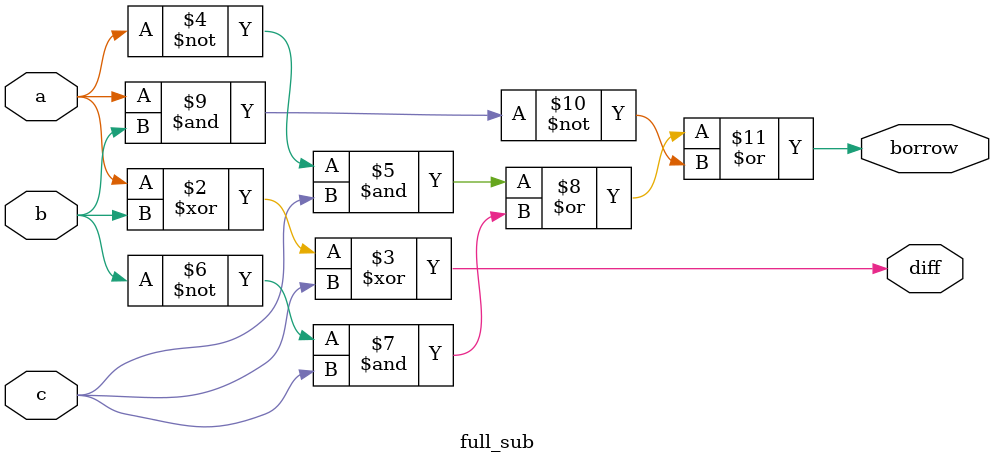
<source format=v>

module full_sub(
    input a,
    input b,
    input c,
    output reg diff,
    output reg borrow
    );
    always @(*)
    begin
    diff = a^b^c;
    borrow = (~a&c)|(~b&c)|~(a&b); 
    end
    endmodule

</source>
